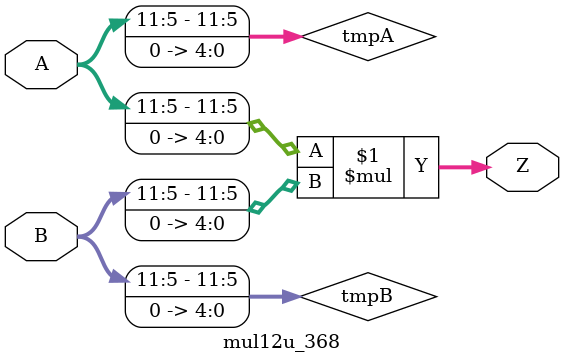
<source format=v>
/***
* This code is a part of EvoApproxLib library (ehw.fit.vutbr.cz/approxlib) distributed under The MIT License.
* When used, please cite the following article(s): PRABAKARAN B. S., MRAZEK V., VASICEK Z., SEKANINA L., SHAFIQUE M. ApproxFPGAs: Embracing ASIC-based Approximate Arithmetic Components for FPGA-Based Systems. DAC 2020. 
***/
// MAE% = 0.38 %
// MAE = 63232 
// WCE% = 1.51 %
// WCE = 252929 
// WCRE% = 100.00 %
// EP% = 99.86 %
// MRE% = 5.01 %
// MSE = 56232.128e5 
// FPGA_POWER = 0.71
// FPGA_DELAY = 9.5
// FPGA_LUT = 48



module mul12u_368(
	A, 
	B,
	Z
);

input [12-1:0] A;
input [12-1:0] B;
output [2*12-1:0] Z;

wire [12-1:0] tmpA;
wire [12-1:0] tmpB;
assign tmpA = {A[12-1:5],{5{1'b0}}};
assign tmpB = {B[12-1:5],{5{1'b0}}};
assign Z = tmpA * tmpB;
endmodule


</source>
